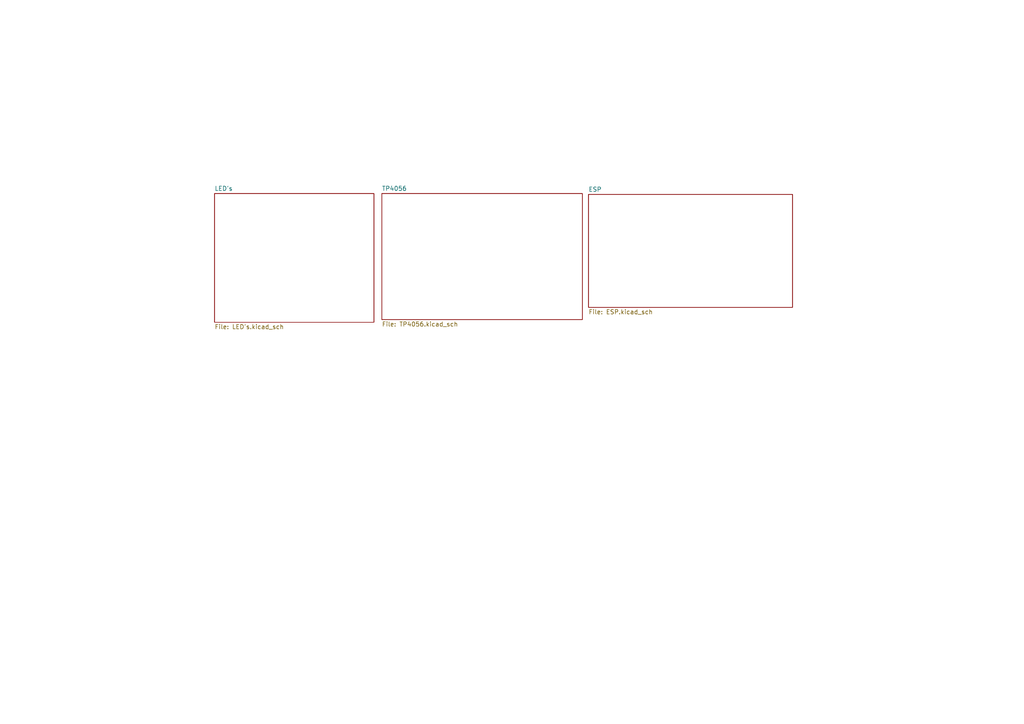
<source format=kicad_sch>
(kicad_sch (version 20230121) (generator eeschema)

  (uuid 716e31c5-485f-40b5-88e3-a75900da9811)

  (paper "A4")

  (lib_symbols
  )


  (sheet (at 62.23 56.134) (size 46.228 37.338) (fields_autoplaced)
    (stroke (width 0.1524) (type solid))
    (fill (color 0 0 0 0.0000))
    (uuid a501cc57-052b-407a-9909-0f181a5591ec)
    (property "Sheetname" "LED's" (at 62.23 55.4224 0)
      (effects (font (size 1.27 1.27)) (justify left bottom))
    )
    (property "Sheetfile" "LED's.kicad_sch" (at 62.23 94.0566 0)
      (effects (font (size 1.27 1.27)) (justify left top))
    )
    (instances
      (project "glowtie"
        (path "/716e31c5-485f-40b5-88e3-a75900da9811" (page "4"))
      )
    )
  )

  (sheet (at 170.688 56.388) (size 59.182 32.766) (fields_autoplaced)
    (stroke (width 0.1524) (type solid))
    (fill (color 0 0 0 0.0000))
    (uuid bafbd310-2c85-41db-beaf-4accfe0a1597)
    (property "Sheetname" "ESP" (at 170.688 55.6764 0)
      (effects (font (size 1.27 1.27)) (justify left bottom))
    )
    (property "Sheetfile" "ESP.kicad_sch" (at 170.688 89.7386 0)
      (effects (font (size 1.27 1.27)) (justify left top))
    )
    (instances
      (project "glowtie"
        (path "/716e31c5-485f-40b5-88e3-a75900da9811" (page "2"))
      )
    )
  )

  (sheet (at 110.744 56.134) (size 58.166 36.576) (fields_autoplaced)
    (stroke (width 0.1524) (type solid))
    (fill (color 0 0 0 0.0000))
    (uuid e767f6ac-1afe-4282-b773-074c35bbd688)
    (property "Sheetname" "TP4056" (at 110.744 55.4224 0)
      (effects (font (size 1.27 1.27)) (justify left bottom))
    )
    (property "Sheetfile" "TP4056.kicad_sch" (at 110.744 93.2946 0)
      (effects (font (size 1.27 1.27)) (justify left top))
    )
    (instances
      (project "glowtie"
        (path "/716e31c5-485f-40b5-88e3-a75900da9811" (page "3"))
      )
    )
  )

  (sheet_instances
    (path "/" (page "1"))
  )
)

</source>
